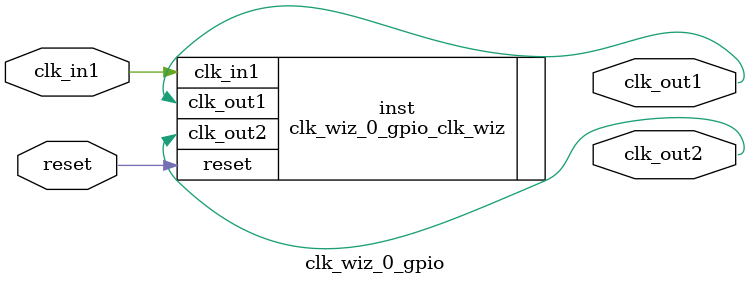
<source format=v>


`timescale 1ps/1ps

(* CORE_GENERATION_INFO = "clk_wiz_0_gpio,clk_wiz_v6_0_11_0_0,{component_name=clk_wiz_0_gpio,use_phase_alignment=true,use_min_o_jitter=false,use_max_i_jitter=false,use_dyn_phase_shift=false,use_inclk_switchover=false,use_dyn_reconfig=false,enable_axi=0,feedback_source=FDBK_AUTO,PRIMITIVE=MMCM,num_out_clk=2,clkin1_period=83.333,clkin2_period=10.0,use_power_down=false,use_reset=true,use_locked=false,use_inclk_stopped=false,feedback_type=SINGLE,CLOCK_MGR_TYPE=NA,manual_override=false}" *)

module clk_wiz_0_gpio 
 (
  // Clock out ports
  output        clk_out1,
  output        clk_out2,
  // Status and control signals
  input         reset,
 // Clock in ports
  input         clk_in1
 );

  clk_wiz_0_gpio_clk_wiz inst
  (
  // Clock out ports  
  .clk_out1(clk_out1),
  .clk_out2(clk_out2),
  // Status and control signals               
  .reset(reset), 
 // Clock in ports
  .clk_in1(clk_in1)
  );

endmodule

</source>
